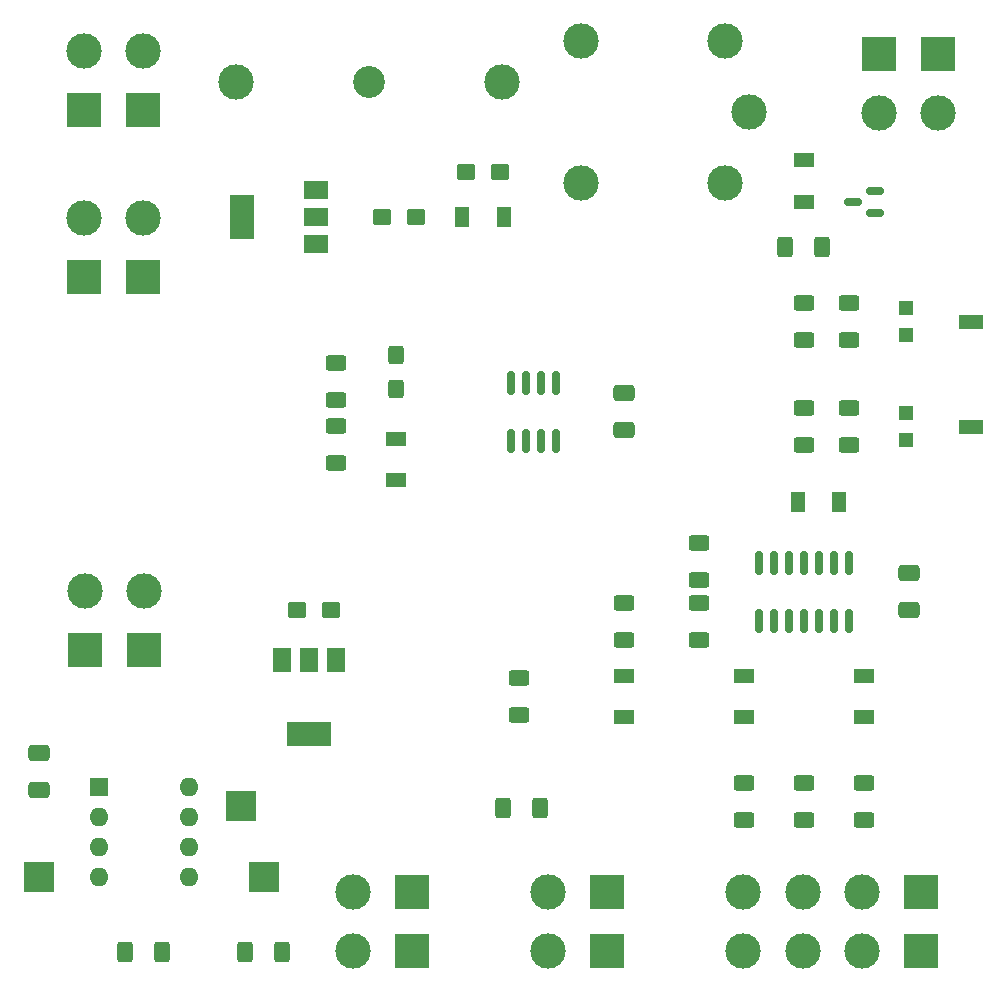
<source format=gts>
%TF.GenerationSoftware,KiCad,Pcbnew,(6.0.4)*%
%TF.CreationDate,2022-07-09T00:06:40+02:00*%
%TF.ProjectId,BSPDandIndication,42535044-616e-4644-996e-646963617469,1.0*%
%TF.SameCoordinates,Original*%
%TF.FileFunction,Soldermask,Top*%
%TF.FilePolarity,Negative*%
%FSLAX46Y46*%
G04 Gerber Fmt 4.6, Leading zero omitted, Abs format (unit mm)*
G04 Created by KiCad (PCBNEW (6.0.4)) date 2022-07-09 00:06:40*
%MOMM*%
%LPD*%
G01*
G04 APERTURE LIST*
G04 Aperture macros list*
%AMRoundRect*
0 Rectangle with rounded corners*
0 $1 Rounding radius*
0 $2 $3 $4 $5 $6 $7 $8 $9 X,Y pos of 4 corners*
0 Add a 4 corners polygon primitive as box body*
4,1,4,$2,$3,$4,$5,$6,$7,$8,$9,$2,$3,0*
0 Add four circle primitives for the rounded corners*
1,1,$1+$1,$2,$3*
1,1,$1+$1,$4,$5*
1,1,$1+$1,$6,$7*
1,1,$1+$1,$8,$9*
0 Add four rect primitives between the rounded corners*
20,1,$1+$1,$2,$3,$4,$5,0*
20,1,$1+$1,$4,$5,$6,$7,0*
20,1,$1+$1,$6,$7,$8,$9,0*
20,1,$1+$1,$8,$9,$2,$3,0*%
G04 Aperture macros list end*
%ADD10R,2.000000X1.500000*%
%ADD11R,2.000000X3.800000*%
%ADD12R,1.300000X1.300000*%
%ADD13R,2.000000X1.300000*%
%ADD14R,3.000000X3.000000*%
%ADD15C,3.000000*%
%ADD16RoundRect,0.250000X0.625000X-0.400000X0.625000X0.400000X-0.625000X0.400000X-0.625000X-0.400000X0*%
%ADD17RoundRect,0.250000X-0.625000X0.400000X-0.625000X-0.400000X0.625000X-0.400000X0.625000X0.400000X0*%
%ADD18RoundRect,0.150000X0.150000X-0.825000X0.150000X0.825000X-0.150000X0.825000X-0.150000X-0.825000X0*%
%ADD19R,2.500000X2.500000*%
%ADD20RoundRect,0.250000X0.650000X-0.412500X0.650000X0.412500X-0.650000X0.412500X-0.650000X-0.412500X0*%
%ADD21RoundRect,0.250000X-0.400000X-0.625000X0.400000X-0.625000X0.400000X0.625000X-0.400000X0.625000X0*%
%ADD22RoundRect,0.250000X0.425000X-0.537500X0.425000X0.537500X-0.425000X0.537500X-0.425000X-0.537500X0*%
%ADD23R,1.500000X2.000000*%
%ADD24R,3.800000X2.000000*%
%ADD25R,1.600000X1.600000*%
%ADD26O,1.600000X1.600000*%
%ADD27R,1.300000X1.700000*%
%ADD28RoundRect,0.250000X-0.537500X-0.425000X0.537500X-0.425000X0.537500X0.425000X-0.537500X0.425000X0*%
%ADD29RoundRect,0.250000X0.400000X0.625000X-0.400000X0.625000X-0.400000X-0.625000X0.400000X-0.625000X0*%
%ADD30RoundRect,0.150000X0.587500X0.150000X-0.587500X0.150000X-0.587500X-0.150000X0.587500X-0.150000X0*%
%ADD31R,1.700000X1.300000*%
%ADD32RoundRect,0.150000X-0.150000X0.825000X-0.150000X-0.825000X0.150000X-0.825000X0.150000X0.825000X0*%
%ADD33C,2.700000*%
G04 APERTURE END LIST*
D10*
%TO.C,U1*%
X46711000Y-34685000D03*
X46711000Y-32385000D03*
X46711000Y-30085000D03*
D11*
X40411000Y-32385000D03*
%TD*%
D12*
%TO.C,RV2*%
X96691000Y-51315000D03*
D13*
X102191000Y-50165000D03*
D12*
X96691000Y-49015000D03*
%TD*%
D14*
%TO.C,J5*%
X71318500Y-89522500D03*
X71318500Y-94522500D03*
D15*
X66318500Y-94522500D03*
X66318500Y-89522500D03*
%TD*%
D16*
%TO.C,R16*%
X48387000Y-47879000D03*
X48387000Y-44779000D03*
%TD*%
D14*
%TO.C,J4*%
X97908500Y-89522500D03*
X97908500Y-94522500D03*
D15*
X92908500Y-89522500D03*
X92908500Y-94522500D03*
X87908500Y-94522500D03*
X87908500Y-89522500D03*
X82908500Y-89522500D03*
X82908500Y-94522500D03*
%TD*%
D17*
%TO.C,R5*%
X91821000Y-39725000D03*
X91821000Y-42825000D03*
%TD*%
D18*
%TO.C,U4*%
X84201000Y-66610000D03*
X85471000Y-66610000D03*
X86741000Y-66610000D03*
X88011000Y-66610000D03*
X89281000Y-66610000D03*
X90551000Y-66610000D03*
X91821000Y-66610000D03*
X91821000Y-61660000D03*
X90551000Y-61660000D03*
X89281000Y-61660000D03*
X88011000Y-61660000D03*
X86741000Y-61660000D03*
X85471000Y-61660000D03*
X84201000Y-61660000D03*
%TD*%
D19*
%TO.C,TP2*%
X40386000Y-82296000D03*
%TD*%
D16*
%TO.C,R11*%
X79121000Y-63145000D03*
X79121000Y-60045000D03*
%TD*%
%TO.C,R10*%
X79121000Y-68225000D03*
X79121000Y-65125000D03*
%TD*%
D20*
%TO.C,C4*%
X23241000Y-80937500D03*
X23241000Y-77812500D03*
%TD*%
D21*
%TO.C,R13*%
X86461000Y-34925000D03*
X89561000Y-34925000D03*
%TD*%
D22*
%TO.C,C7*%
X53467000Y-46944000D03*
X53467000Y-44069000D03*
%TD*%
D20*
%TO.C,C5*%
X72771000Y-50457500D03*
X72771000Y-47332500D03*
%TD*%
D16*
%TO.C,R4*%
X88011000Y-42825000D03*
X88011000Y-39725000D03*
%TD*%
D23*
%TO.C,U2*%
X48401000Y-69875000D03*
X46101000Y-69875000D03*
X43801000Y-69875000D03*
D24*
X46101000Y-76175000D03*
%TD*%
D25*
%TO.C,U3*%
X28331000Y-80655000D03*
D26*
X28331000Y-83195000D03*
X28331000Y-85735000D03*
X28331000Y-88275000D03*
X35951000Y-88275000D03*
X35951000Y-85735000D03*
X35951000Y-83195000D03*
X35951000Y-80655000D03*
%TD*%
D19*
%TO.C,TP1*%
X42291000Y-88265000D03*
%TD*%
D16*
%TO.C,R8*%
X88011000Y-51715000D03*
X88011000Y-48615000D03*
%TD*%
D17*
%TO.C,R2*%
X88011000Y-80365000D03*
X88011000Y-83465000D03*
%TD*%
D12*
%TO.C,RV1*%
X96691000Y-42425000D03*
D13*
X102191000Y-41275000D03*
D12*
X96691000Y-40125000D03*
%TD*%
D14*
%TO.C,J6*%
X99348500Y-18597500D03*
X94348500Y-18597500D03*
D15*
X94348500Y-23597500D03*
X99348500Y-23597500D03*
%TD*%
D27*
%TO.C,D6*%
X91031000Y-56515000D03*
X87531000Y-56515000D03*
%TD*%
D14*
%TO.C,J3*%
X27143500Y-69032500D03*
X32143500Y-69032500D03*
D15*
X27143500Y-64032500D03*
X32143500Y-64032500D03*
%TD*%
D17*
%TO.C,R3*%
X93091000Y-80365000D03*
X93091000Y-83465000D03*
%TD*%
D28*
%TO.C,C1*%
X59423500Y-28575000D03*
X62298500Y-28575000D03*
%TD*%
D14*
%TO.C,J1*%
X32051000Y-23312500D03*
X27051000Y-23312500D03*
D15*
X27051000Y-18312500D03*
X32051000Y-18312500D03*
%TD*%
D29*
%TO.C,R6*%
X65685000Y-82423000D03*
X62585000Y-82423000D03*
%TD*%
D20*
%TO.C,C3*%
X96901000Y-65697500D03*
X96901000Y-62572500D03*
%TD*%
D27*
%TO.C,D1*%
X59111000Y-32385000D03*
X62611000Y-32385000D03*
%TD*%
D17*
%TO.C,R14*%
X72771000Y-65125000D03*
X72771000Y-68225000D03*
%TD*%
%TO.C,R9*%
X91821000Y-48615000D03*
X91821000Y-51715000D03*
%TD*%
D30*
%TO.C,Q1*%
X94028500Y-32065000D03*
X94028500Y-30165000D03*
X92153500Y-31115000D03*
%TD*%
D28*
%TO.C,C6*%
X52283500Y-32385000D03*
X55158500Y-32385000D03*
%TD*%
%TO.C,C2*%
X45085000Y-65659000D03*
X47960000Y-65659000D03*
%TD*%
D31*
%TO.C,D5*%
X72771000Y-74775000D03*
X72771000Y-71275000D03*
%TD*%
D21*
%TO.C,R17*%
X30581000Y-94615000D03*
X33681000Y-94615000D03*
%TD*%
D14*
%TO.C,J2*%
X32051000Y-37465000D03*
X27051000Y-37465000D03*
D15*
X32051000Y-32465000D03*
X27051000Y-32465000D03*
%TD*%
D17*
%TO.C,R1*%
X82931000Y-80365000D03*
X82931000Y-83465000D03*
%TD*%
D31*
%TO.C,D7*%
X53467000Y-51209000D03*
X53467000Y-54709000D03*
%TD*%
D32*
%TO.C,U5*%
X67056000Y-46420000D03*
X65786000Y-46420000D03*
X64516000Y-46420000D03*
X63246000Y-46420000D03*
X63246000Y-51370000D03*
X64516000Y-51370000D03*
X65786000Y-51370000D03*
X67056000Y-51370000D03*
%TD*%
D19*
%TO.C,TP3*%
X23241000Y-88265000D03*
%TD*%
D33*
%TO.C,F1*%
X51181000Y-20955000D03*
D15*
X39931000Y-20955000D03*
X62431000Y-20955000D03*
%TD*%
D31*
%TO.C,D2*%
X82931000Y-74775000D03*
X82931000Y-71275000D03*
%TD*%
%TO.C,D3*%
X93091000Y-74775000D03*
X93091000Y-71275000D03*
%TD*%
%TO.C,D4*%
X88011000Y-27615000D03*
X88011000Y-31115000D03*
%TD*%
D16*
%TO.C,R12*%
X63881000Y-74575000D03*
X63881000Y-71475000D03*
%TD*%
D14*
%TO.C,J7*%
X54808500Y-89522500D03*
X54808500Y-94522500D03*
D15*
X49808500Y-94522500D03*
X49808500Y-89522500D03*
%TD*%
%TO.C,K1*%
X83361000Y-23495000D03*
X69161000Y-29495000D03*
X69161000Y-17495000D03*
X81361000Y-17495000D03*
X81361000Y-29495000D03*
%TD*%
D21*
%TO.C,R7*%
X40741000Y-94615000D03*
X43841000Y-94615000D03*
%TD*%
D16*
%TO.C,R15*%
X48387000Y-53239000D03*
X48387000Y-50139000D03*
%TD*%
M02*

</source>
